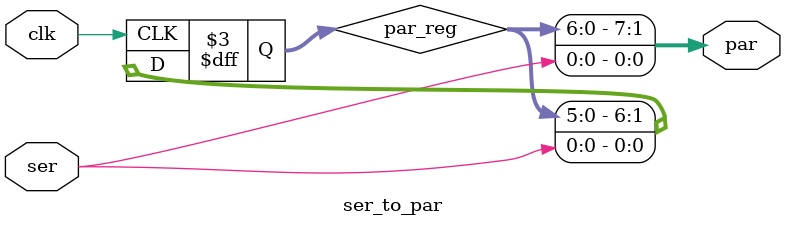
<source format=v>
module ser_to_par #(parameter W=8)
	(input clk , input ser,
	output[W-1:0] par);	
	reg[W-2:0] par_reg = 0;
	always @(posedge clk) begin
		par_reg <= {par_reg[W-3:0], ser};
	end	
	assign par = {par_reg, ser};
endmodule
</source>
